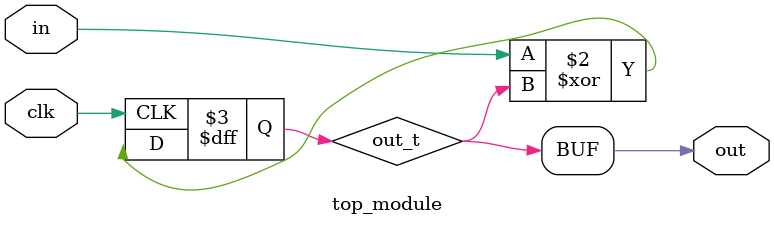
<source format=v>
module top_module (
    input clk,
    input in, 
    output out);
    
    reg out_t;
	    
    always @(posedge clk) begin
       out_t <= in ^ out_t;
     end
    
 	assign out = out_t;   

endmodule

</source>
